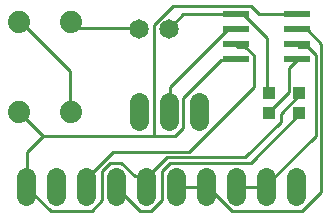
<source format=gtl>
G75*
%MOIN*%
%OFA0B0*%
%FSLAX25Y25*%
%IPPOS*%
%LPD*%
%AMOC8*
5,1,8,0,0,1.08239X$1,22.5*
%
%ADD10R,0.08700X0.02400*%
%ADD11C,0.07400*%
%ADD12C,0.06500*%
%ADD13C,0.06400*%
%ADD14R,0.03937X0.04331*%
%ADD15C,0.01000*%
D10*
X0083200Y0053500D03*
X0083200Y0058500D03*
X0083200Y0063500D03*
X0083200Y0068500D03*
X0103800Y0068500D03*
X0103800Y0063500D03*
X0103800Y0058500D03*
X0103800Y0053500D03*
D11*
X0028500Y0066000D03*
X0011000Y0066000D03*
X0011000Y0036000D03*
X0028500Y0036000D03*
D12*
X0051000Y0063500D03*
X0061000Y0063500D03*
D13*
X0013500Y0014200D02*
X0013500Y0007800D01*
X0023500Y0007800D02*
X0023500Y0014200D01*
X0033500Y0014200D02*
X0033500Y0007800D01*
X0043500Y0007800D02*
X0043500Y0014200D01*
X0053500Y0014200D02*
X0053500Y0007800D01*
X0063500Y0007800D02*
X0063500Y0014200D01*
X0073500Y0014200D02*
X0073500Y0007800D01*
X0083500Y0007800D02*
X0083500Y0014200D01*
X0093500Y0014200D02*
X0093500Y0007800D01*
X0103500Y0007800D02*
X0103500Y0014200D01*
X0071000Y0032800D02*
X0071000Y0039200D01*
X0061000Y0039200D02*
X0061000Y0032800D01*
X0051000Y0032800D02*
X0051000Y0039200D01*
D14*
X0094500Y0042221D03*
X0094500Y0035529D03*
X0104500Y0035404D03*
X0104500Y0042096D03*
D15*
X0104500Y0041500D01*
X0098200Y0035200D01*
X0098200Y0032500D01*
X0086500Y0020800D01*
X0060400Y0020800D01*
X0054100Y0014500D01*
X0053500Y0011000D01*
X0054100Y0011800D01*
X0054100Y0014500D01*
X0049600Y0014500D01*
X0045100Y0019000D01*
X0041500Y0019000D01*
X0038800Y0016300D01*
X0038800Y0006400D01*
X0035200Y0002800D01*
X0021700Y0002800D01*
X0013500Y0011000D01*
X0013600Y0011800D01*
X0013600Y0022600D01*
X0019000Y0028000D01*
X0011000Y0036000D01*
X0019000Y0028000D02*
X0055900Y0028000D01*
X0055900Y0064900D01*
X0062200Y0071200D01*
X0088300Y0071200D01*
X0091000Y0068500D01*
X0103800Y0068500D01*
X0103800Y0063500D02*
X0104500Y0063100D01*
X0107200Y0063100D01*
X0111700Y0058600D01*
X0111700Y0009100D01*
X0105400Y0002800D01*
X0082000Y0002800D01*
X0073900Y0010900D01*
X0073500Y0011000D01*
X0073000Y0010900D01*
X0064000Y0010900D01*
X0063500Y0011000D01*
X0058600Y0006400D02*
X0055000Y0002800D01*
X0051400Y0002800D01*
X0043300Y0010900D01*
X0043500Y0011000D01*
X0034300Y0011800D02*
X0033500Y0011000D01*
X0034300Y0011800D02*
X0034300Y0014500D01*
X0042400Y0022600D01*
X0067600Y0022600D01*
X0089200Y0044200D01*
X0089200Y0055000D01*
X0086500Y0057700D01*
X0083800Y0057700D01*
X0083200Y0058500D01*
X0082900Y0063100D02*
X0080200Y0063100D01*
X0061300Y0044200D01*
X0061300Y0036100D01*
X0061000Y0036000D01*
X0065800Y0040600D02*
X0065800Y0030700D01*
X0063100Y0028000D01*
X0055900Y0028000D01*
X0061300Y0019000D02*
X0058600Y0016300D01*
X0058600Y0006400D01*
X0061300Y0019000D02*
X0088300Y0019000D01*
X0104500Y0035200D01*
X0104500Y0035404D01*
X0100900Y0042400D02*
X0100900Y0050500D01*
X0103600Y0053200D01*
X0103800Y0053500D01*
X0104500Y0057700D02*
X0103800Y0058500D01*
X0104500Y0057700D02*
X0107200Y0057700D01*
X0109900Y0055000D01*
X0109900Y0028000D01*
X0093700Y0011800D01*
X0093500Y0011000D01*
X0092800Y0010900D01*
X0083800Y0010900D01*
X0083500Y0011000D01*
X0094500Y0035529D02*
X0094600Y0036100D01*
X0100900Y0042400D01*
X0094500Y0042221D02*
X0093700Y0042400D01*
X0093700Y0060400D01*
X0085600Y0068500D01*
X0083200Y0068500D01*
X0065800Y0068500D01*
X0061300Y0064000D01*
X0061000Y0063500D01*
X0051000Y0063500D02*
X0050500Y0064000D01*
X0030700Y0064000D01*
X0028900Y0065800D01*
X0028500Y0066000D01*
X0028000Y0049600D02*
X0011800Y0065800D01*
X0011000Y0066000D01*
X0028000Y0049600D02*
X0028000Y0036100D01*
X0028500Y0036000D01*
X0065800Y0040600D02*
X0078400Y0053200D01*
X0082900Y0053200D01*
X0083200Y0053500D01*
X0082900Y0063100D02*
X0083200Y0063500D01*
M02*

</source>
